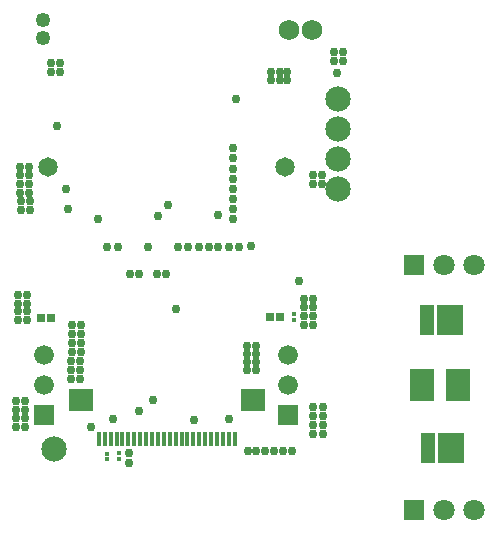
<source format=gts>
G04*
G04 #@! TF.GenerationSoftware,Altium Limited,Altium Designer,24.2.2 (26)*
G04*
G04 Layer_Color=8388736*
%FSLAX44Y44*%
%MOMM*%
G71*
G04*
G04 #@! TF.SameCoordinates,B64C3CBE-EE26-4C86-9773-21E75D238B38*
G04*
G04*
G04 #@! TF.FilePolarity,Negative*
G04*
G01*
G75*
%ADD20R,0.4256X0.4047*%
%ADD21C,2.1500*%
%ADD22R,2.3016X2.6016*%
%ADD23R,1.3016X2.6016*%
%ADD24R,2.1016X2.6936*%
%ADD25R,0.4000X1.3000*%
%ADD26R,2.1000X1.9000*%
%ADD27R,0.6673X0.6416*%
%ADD28C,1.7500*%
%ADD29R,1.8016X1.8016*%
%ADD30C,1.8016*%
%ADD31C,1.6764*%
%ADD32R,1.6764X1.6764*%
%ADD33C,1.2516*%
%ADD34C,1.6500*%
%ADD35C,0.7500*%
D20*
X282194Y220089D02*
D03*
Y215257D02*
D03*
X134366Y97531D02*
D03*
Y102362D02*
D03*
X123698Y97277D02*
D03*
Y102108D02*
D03*
D21*
X79248Y105664D02*
D03*
X319532Y402033D02*
D03*
Y351233D02*
D03*
Y376633D02*
D03*
Y325833D02*
D03*
D22*
X414528Y214884D02*
D03*
X415290Y106934D02*
D03*
D23*
X395028Y214884D02*
D03*
X395790Y106934D02*
D03*
D24*
X390723Y160528D02*
D03*
X421569D02*
D03*
D25*
X232156Y114554D02*
D03*
X227155D02*
D03*
X222156D02*
D03*
X217155D02*
D03*
X212156D02*
D03*
X207155D02*
D03*
X202156D02*
D03*
X197155D02*
D03*
X192156D02*
D03*
X187155D02*
D03*
X182156D02*
D03*
X177155D02*
D03*
X172156D02*
D03*
X167155D02*
D03*
X162156D02*
D03*
X157155D02*
D03*
X152156D02*
D03*
X147155D02*
D03*
X142156D02*
D03*
X137155D02*
D03*
X132156D02*
D03*
X127155D02*
D03*
X122156D02*
D03*
X117155D02*
D03*
D26*
X247655Y147053D02*
D03*
X101656D02*
D03*
D27*
X76718Y216916D02*
D03*
X68062D02*
D03*
X270784Y217424D02*
D03*
X262128D02*
D03*
D28*
X277876Y460756D02*
D03*
X297876D02*
D03*
D29*
X383794Y261874D02*
D03*
Y54610D02*
D03*
D30*
X409194Y261874D02*
D03*
X434594D02*
D03*
X409194Y54610D02*
D03*
X434594D02*
D03*
D31*
X277622Y185166D02*
D03*
Y159766D02*
D03*
X70612Y185166D02*
D03*
Y159766D02*
D03*
D32*
X277622Y134366D02*
D03*
X70612D02*
D03*
D33*
X69596Y454273D02*
D03*
Y469271D02*
D03*
D34*
X274574Y344678D02*
D03*
X74422D02*
D03*
D35*
X287020Y247904D02*
D03*
X76454Y425450D02*
D03*
X84074D02*
D03*
Y432816D02*
D03*
X76454D02*
D03*
X47244Y138938D02*
D03*
X54864D02*
D03*
Y146304D02*
D03*
X47244D02*
D03*
Y124714D02*
D03*
X54864D02*
D03*
Y132080D02*
D03*
X47244D02*
D03*
X49022Y228854D02*
D03*
X56642D02*
D03*
Y236220D02*
D03*
X49022D02*
D03*
X298704Y126492D02*
D03*
Y118618D02*
D03*
X298675Y134183D02*
D03*
Y141803D02*
D03*
X306832Y141732D02*
D03*
Y134112D02*
D03*
Y118364D02*
D03*
Y126238D02*
D03*
X93726Y165354D02*
D03*
X101346D02*
D03*
X93726Y172466D02*
D03*
X101346D02*
D03*
X93726Y180340D02*
D03*
X101346D02*
D03*
X273050Y104394D02*
D03*
X280670D02*
D03*
X257556D02*
D03*
X265176D02*
D03*
X243332D02*
D03*
X250190D02*
D03*
X166624Y254000D02*
D03*
X174244D02*
D03*
X143510Y254254D02*
D03*
X151130D02*
D03*
X94488Y195580D02*
D03*
X102108D02*
D03*
Y188214D02*
D03*
X94488D02*
D03*
X49022Y222504D02*
D03*
X56642D02*
D03*
Y215138D02*
D03*
X49022D02*
D03*
X94488Y210566D02*
D03*
X102108D02*
D03*
Y203200D02*
D03*
X94488D02*
D03*
X298704Y338074D02*
D03*
X306324D02*
D03*
Y330708D02*
D03*
X298704D02*
D03*
X316230Y441960D02*
D03*
X323850D02*
D03*
Y434594D02*
D03*
X316230D02*
D03*
X276098Y425450D02*
D03*
Y418084D02*
D03*
X262636Y425450D02*
D03*
X270256D02*
D03*
Y418084D02*
D03*
X262636D02*
D03*
X51054Y315722D02*
D03*
X58674D02*
D03*
Y308356D02*
D03*
X51054D02*
D03*
X50800Y330454D02*
D03*
X58420D02*
D03*
Y323088D02*
D03*
X50800D02*
D03*
X50546Y344932D02*
D03*
X58166D02*
D03*
Y337566D02*
D03*
X50546D02*
D03*
X290576Y218694D02*
D03*
X298196D02*
D03*
Y211328D02*
D03*
X290576D02*
D03*
Y233172D02*
D03*
X298196D02*
D03*
Y225806D02*
D03*
X290576D02*
D03*
X242570Y172466D02*
D03*
X250190D02*
D03*
X242570Y179324D02*
D03*
X250190D02*
D03*
X242570Y186182D02*
D03*
X250190D02*
D03*
Y193548D02*
D03*
X242570D02*
D03*
X182626Y224282D02*
D03*
X162814Y147828D02*
D03*
X151384Y137922D02*
D03*
X245872Y277622D02*
D03*
X217932Y304292D02*
D03*
X233172Y402590D02*
D03*
X175768Y312166D02*
D03*
X81788Y379222D02*
D03*
X197696Y130302D02*
D03*
X231140Y361188D02*
D03*
X90797Y308845D02*
D03*
X116840Y300482D02*
D03*
X124460Y276606D02*
D03*
X129286Y131572D02*
D03*
X110490Y124460D02*
D03*
X133350Y276606D02*
D03*
X158496D02*
D03*
X183896D02*
D03*
X193040D02*
D03*
X201930D02*
D03*
X210312D02*
D03*
X218186D02*
D03*
X227330D02*
D03*
X235712D02*
D03*
X231140Y300736D02*
D03*
Y309372D02*
D03*
X227696Y131572D02*
D03*
X231140Y326136D02*
D03*
Y317500D02*
D03*
Y343154D02*
D03*
Y352044D02*
D03*
Y334518D02*
D03*
X143002Y94408D02*
D03*
X142879Y102256D02*
D03*
X167132Y303276D02*
D03*
X318770Y424434D02*
D03*
X89408Y326390D02*
D03*
M02*

</source>
